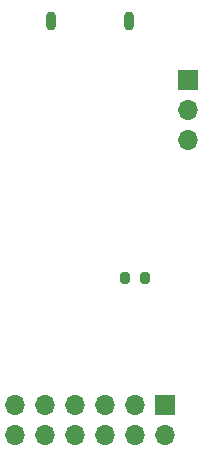
<source format=gbr>
%TF.GenerationSoftware,KiCad,Pcbnew,7.0.9-7.0.9~ubuntu22.04.1*%
%TF.CreationDate,2023-12-01T21:26:13+01:00*%
%TF.ProjectId,rp2040_pmod,72703230-3430-45f7-906d-6f642e6b6963,rev?*%
%TF.SameCoordinates,Original*%
%TF.FileFunction,Soldermask,Bot*%
%TF.FilePolarity,Negative*%
%FSLAX46Y46*%
G04 Gerber Fmt 4.6, Leading zero omitted, Abs format (unit mm)*
G04 Created by KiCad (PCBNEW 7.0.9-7.0.9~ubuntu22.04.1) date 2023-12-01 21:26:13*
%MOMM*%
%LPD*%
G01*
G04 APERTURE LIST*
G04 Aperture macros list*
%AMRoundRect*
0 Rectangle with rounded corners*
0 $1 Rounding radius*
0 $2 $3 $4 $5 $6 $7 $8 $9 X,Y pos of 4 corners*
0 Add a 4 corners polygon primitive as box body*
4,1,4,$2,$3,$4,$5,$6,$7,$8,$9,$2,$3,0*
0 Add four circle primitives for the rounded corners*
1,1,$1+$1,$2,$3*
1,1,$1+$1,$4,$5*
1,1,$1+$1,$6,$7*
1,1,$1+$1,$8,$9*
0 Add four rect primitives between the rounded corners*
20,1,$1+$1,$2,$3,$4,$5,0*
20,1,$1+$1,$4,$5,$6,$7,0*
20,1,$1+$1,$6,$7,$8,$9,0*
20,1,$1+$1,$8,$9,$2,$3,0*%
G04 Aperture macros list end*
%ADD10O,0.900000X1.600000*%
%ADD11R,1.700000X1.700000*%
%ADD12O,1.700000X1.700000*%
%ADD13RoundRect,0.200000X0.200000X0.275000X-0.200000X0.275000X-0.200000X-0.275000X0.200000X-0.275000X0*%
G04 APERTURE END LIST*
D10*
%TO.C,J2*%
X143300000Y-71505000D03*
X136700000Y-71505000D03*
%TD*%
D11*
%TO.C,J3*%
X148300000Y-76520000D03*
D12*
X148300000Y-79060000D03*
X148300000Y-81600000D03*
%TD*%
D11*
%TO.C,J1*%
X146350000Y-104060000D03*
D12*
X146350000Y-106600000D03*
X143810000Y-104060000D03*
X143810000Y-106600000D03*
X141270000Y-104060000D03*
X141270000Y-106600000D03*
X138730000Y-104060000D03*
X138730000Y-106600000D03*
X136190000Y-104060000D03*
X136190000Y-106600000D03*
X133650000Y-104060000D03*
X133650000Y-106600000D03*
%TD*%
D13*
%TO.C,R7*%
X144625000Y-93300000D03*
X142975000Y-93300000D03*
%TD*%
M02*

</source>
